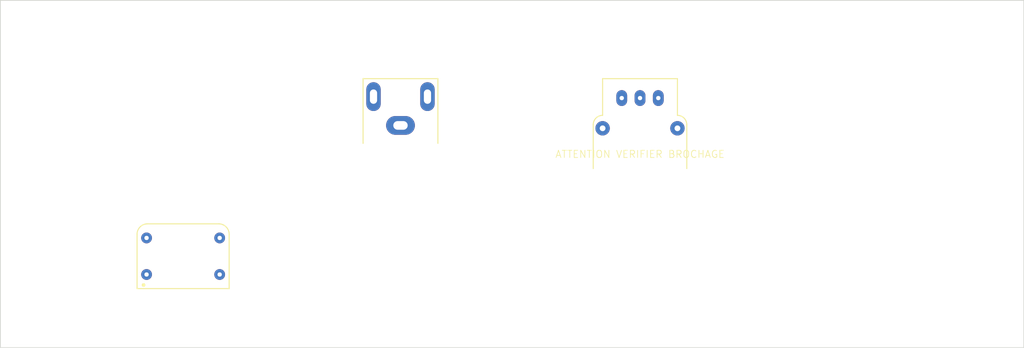
<source format=kicad_pcb>
(kicad_pcb (version 20221018) (generator pcbnew)
  (title_block (title "Preamplifier DAC") (date "01/2023") (rev "A"))
  (layers (0 "F.Cu" signal) (31 "B.Cu" signal) (34 "B.Paste" user) (35 "F.Paste" user) (36 "B.SilkS" user "B.Silkscreen") (37 "F.SilkS" user "F.Silkscreen") (38 "B.Mask" user) (39 "F.Mask" user) (44 "Edge.Cuts" user))
  (net 0 "")
  (net 10 "GND")
  (footprint "tronixioZZZ:TOSHIBA-TORX135X-F" (layer "F.Cu") (at 167.64 54.86)
    (fp_text reference "IR1" hide)
    (fp_text value "TOSHIBA-TORX1355-F")
    (fp_text user "ATTENTION VERIFIER BROCHAGE" (at 0 -3) (layer "F.SilkS") (effects (font (thickness 0.1))))
    (fp_line (start -6.5 -1) (end -6.5 -7.1) (stroke (width 0.15)) (layer "F.SilkS"))
    (fp_line (start -5.2 -13.5) (end -5.2 -8.4) (stroke (width 0.15)) (layer "F.SilkS"))
    (fp_line (start -5.2 -13.5) (end 5.2 -13.5) (stroke (width 0.15)) (layer "F.SilkS"))
    (fp_line (start 5.2 -13.5) (end 5.2 -8.4) (stroke (width 0.15)) (layer "F.SilkS"))
    (fp_line (start 6.5 -1) (end 6.5 -7.1) (stroke (width 0.15)) (layer "F.SilkS"))
    (fp_arc (start -6.5 -7.1) (mid -6.119239 -8.019239) (end -5.2 -8.4) (stroke (width 0.15)) (layer "F.SilkS"))
    (fp_arc (start 5.2 -8.4) (mid 6.119239 -8.019239) (end 6.5 -7.1) (stroke (width 0.15)) (layer "F.SilkS"))
    (pad "1" thru_hole oval (at 2.54 -10.8) (size 1.5 2.2) (drill 0.6) (layers "*.Cu" "*.Mask"))
    (pad "2" thru_hole oval (at 0 -10.8) (size 1.5 2.2) (drill 0.6) (layers "*.Cu" "*.Mask"))
    (pad "3" thru_hole oval (at -2.54 -10.8) (size 1.5 2.2) (drill 0.6) (layers "*.Cu" "*.Mask"))
    (pad "4" thru_hole circle (at -5.2 -6.6) (size 2 2) (drill 0.8) (layers "*.Cu" "*.Mask") (net 10 "GND"))
    (pad "4" thru_hole circle (at 5.2 -6.6) (size 2 2) (drill 0.8) (layers "*.Cu" "*.Mask") (net 10 "GND"))
  )
  (footprint "tronixioZZZ:PULSE-PE-65612NL" (layer "F.Cu") (at 104.14 66.04)
    (fp_text reference "TR1" hide)
    (fp_text value "65612NL")
    (fp_line (start -6.4 4.5) (end -6.4 -3) (stroke (width 0.15)) (layer "F.SilkS"))
    (fp_line (start -6.4 4.5) (end 6.4 4.5) (stroke (width 0.15)) (layer "F.SilkS"))
    (fp_line (start -5 -4.5) (end 5 -4.5) (stroke (width 0.15)) (layer "F.SilkS"))
    (fp_line (start 6.4 4.5) (end 6.4 -3) (stroke (width 0.15)) (layer "F.SilkS"))
    (fp_arc (start -6.4 -3) (mid -6.01066 -4.039949) (end -5 -4.5) (stroke (width 0.15)) (layer "F.SilkS"))
    (fp_arc (start 5 -4.5) (mid 6.01066 -4.039949) (end 6.4 -3) (stroke (width 0.15)) (layer "F.SilkS"))
    (fp_circle (center -5.5 4) (end -5.3 4) (stroke (width 0.1)) (fill solid) (layer "F.SilkS"))
    (pad "1" thru_hole circle (at -5.08 2.54) (size 1.5 1.5) (drill 0.6) (layers "*.Cu" "*.Mask"))
    (pad "2" thru_hole circle (at -5.08 -2.54) (size 1.5 1.5) (drill 0.6) (layers "*.Cu" "*.Mask"))
    (pad "3" thru_hole circle (at 5.08 2.54) (size 1.5 1.5) (drill 0.6) (layers "*.Cu" "*.Mask"))
    (pad "4" thru_hole circle (at 5.08 -2.54) (size 1.5 1.5) (drill 0.6) (layers "*.Cu" "*.Mask"))
  )
  (footprint "tronixioZZZ:SWITCHCRAFT-PJRAN1X1U" (layer "F.Cu") (at 134.35 51.86)
    (fp_text reference "K1" hide)
    (fp_text value "SWITCHCRAFT-PJRAN1X1U01AUX")
    (fp_line (start -5.2 -10.5) (end 5.2 -10.5) (stroke (width 0.15)) (layer "F.SilkS"))
    (fp_line (start -5.2 -1.5) (end -5.2 -10.5) (stroke (width 0.15)) (layer "F.SilkS"))
    (fp_line (start 5.2 -10.5) (end 5.2 -1.5) (stroke (width 0.15)) (layer "F.SilkS"))
    (pad "1" thru_hole oval (at 0 -4) (size 4 2.6) (drill oval 2 1.2) (layers "*.Cu" "*.Mask"))
    (pad "2" thru_hole oval (at -3.75 -8) (size 2 4) (drill oval 1 2) (layers "*.Cu" "*.Mask"))
    (pad "2" thru_hole oval (at 3.75 -8) (size 2 4) (drill oval 1 2) (layers "*.Cu" "*.Mask"))
  )
  (gr_rect (start 78.74 30.48) (end 220.98 78.74) (stroke (width 0.1)) (fill none) (layer "Edge.Cuts"))
)
</source>
